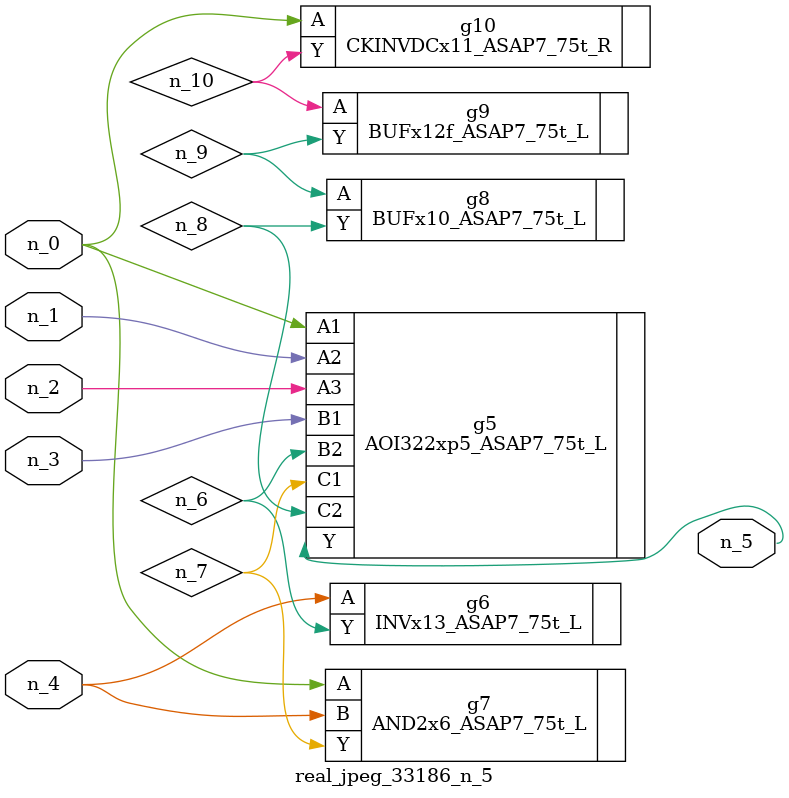
<source format=v>
module real_jpeg_33186_n_5 (n_4, n_0, n_1, n_2, n_3, n_5);

input n_4;
input n_0;
input n_1;
input n_2;
input n_3;

output n_5;

wire n_8;
wire n_6;
wire n_7;
wire n_10;
wire n_9;

AOI322xp5_ASAP7_75t_L g5 ( 
.A1(n_0),
.A2(n_1),
.A3(n_2),
.B1(n_3),
.B2(n_6),
.C1(n_7),
.C2(n_8),
.Y(n_5)
);

AND2x6_ASAP7_75t_L g7 ( 
.A(n_0),
.B(n_4),
.Y(n_7)
);

CKINVDCx11_ASAP7_75t_R g10 ( 
.A(n_0),
.Y(n_10)
);

INVx13_ASAP7_75t_L g6 ( 
.A(n_4),
.Y(n_6)
);

BUFx10_ASAP7_75t_L g8 ( 
.A(n_9),
.Y(n_8)
);

BUFx12f_ASAP7_75t_L g9 ( 
.A(n_10),
.Y(n_9)
);


endmodule
</source>
